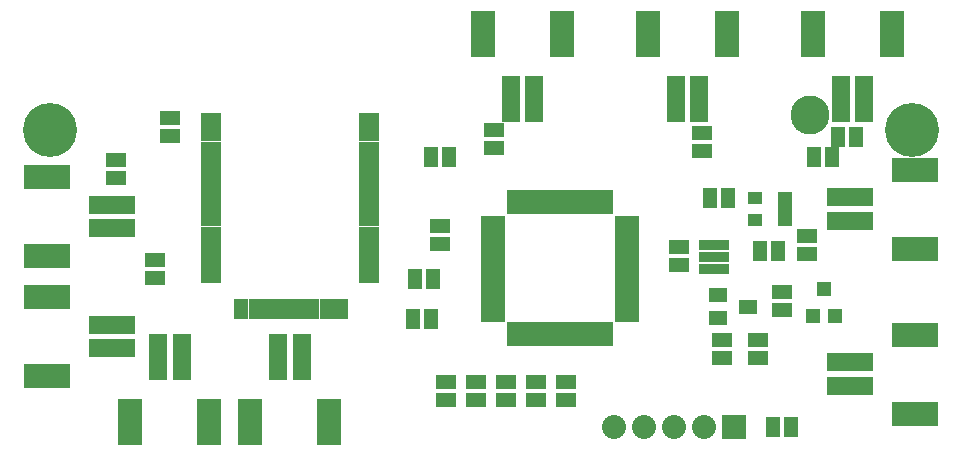
<source format=gts>
G04 (created by PCBNEW-RS274X (2012-01-19 BZR 3256)-stable) date 5/26/2013 3:34:06 PM*
G01*
G70*
G90*
%MOIN*%
G04 Gerber Fmt 3.4, Leading zero omitted, Abs format*
%FSLAX34Y34*%
G04 APERTURE LIST*
%ADD10C,0.006000*%
%ADD11R,0.045000X0.065000*%
%ADD12R,0.065000X0.045000*%
%ADD13R,0.080000X0.080000*%
%ADD14C,0.080000*%
%ADD15R,0.098700X0.035700*%
%ADD16R,0.039700X0.079100*%
%ADD17R,0.079100X0.039700*%
%ADD18R,0.050000X0.050000*%
%ADD19R,0.050000X0.040000*%
%ADD20R,0.059400X0.157800*%
%ADD21R,0.079100X0.153900*%
%ADD22R,0.157800X0.059400*%
%ADD23R,0.153900X0.079100*%
%ADD24C,0.180000*%
%ADD25C,0.130000*%
%ADD26R,0.059400X0.047600*%
%ADD27R,0.071200X0.051500*%
%ADD28R,0.051500X0.071200*%
G04 APERTURE END LIST*
G54D10*
G54D11*
X37062Y-15026D03*
X36462Y-15026D03*
G54D12*
X36230Y-17630D03*
X36230Y-18230D03*
G54D11*
X34672Y-18152D03*
X35272Y-18152D03*
X23178Y-19076D03*
X23778Y-19076D03*
G54D12*
X28200Y-23100D03*
X28200Y-22500D03*
X33400Y-21100D03*
X33400Y-21700D03*
X34600Y-21700D03*
X34600Y-21100D03*
G54D11*
X37280Y-14340D03*
X37880Y-14340D03*
G54D12*
X13200Y-15700D03*
X13200Y-15100D03*
X32750Y-14200D03*
X32750Y-14800D03*
X25800Y-14100D03*
X25800Y-14700D03*
X31960Y-17996D03*
X31960Y-18596D03*
G54D13*
X33800Y-24000D03*
G54D14*
X32800Y-24000D03*
X31800Y-24000D03*
X30800Y-24000D03*
X29800Y-24000D03*
G54D15*
X33141Y-17956D03*
X33141Y-18350D03*
X33141Y-18744D03*
G54D16*
X26427Y-16497D03*
X26742Y-16497D03*
X27057Y-16497D03*
X27372Y-16497D03*
X27687Y-16497D03*
X28002Y-16497D03*
X28317Y-16497D03*
X28632Y-16497D03*
X28947Y-16497D03*
X29262Y-16497D03*
X29577Y-16497D03*
G54D17*
X30245Y-20318D03*
X30245Y-20003D03*
X30245Y-19688D03*
X30245Y-19373D03*
X30245Y-19058D03*
X30245Y-18743D03*
X30245Y-18428D03*
X30245Y-18113D03*
X30245Y-17798D03*
X30245Y-17483D03*
X30245Y-17168D03*
G54D16*
X29577Y-20907D03*
X29262Y-20907D03*
X28947Y-20907D03*
X28632Y-20907D03*
X28317Y-20907D03*
X28002Y-20907D03*
X27687Y-20907D03*
X27372Y-20907D03*
X27057Y-20907D03*
X26742Y-20907D03*
X26427Y-20907D03*
G54D17*
X25756Y-17168D03*
X25756Y-17483D03*
X25756Y-17798D03*
X25756Y-18113D03*
X25756Y-18428D03*
X25756Y-18743D03*
X25756Y-19058D03*
X25756Y-19373D03*
X25756Y-19688D03*
X25756Y-20003D03*
X25756Y-20318D03*
G54D11*
X23100Y-20400D03*
X23700Y-20400D03*
G54D12*
X24200Y-23100D03*
X24200Y-22500D03*
X25200Y-23100D03*
X25200Y-22500D03*
X26200Y-23100D03*
X26200Y-22500D03*
X27200Y-23100D03*
X27200Y-22500D03*
G54D18*
X36800Y-19400D03*
X37170Y-20300D03*
X36430Y-20300D03*
G54D11*
X33614Y-16380D03*
X33014Y-16380D03*
X35700Y-24000D03*
X35100Y-24000D03*
G54D12*
X15000Y-13700D03*
X15000Y-14300D03*
X14500Y-19050D03*
X14500Y-18450D03*
G54D11*
X23700Y-15000D03*
X24300Y-15000D03*
G54D12*
X35400Y-19500D03*
X35400Y-20100D03*
G54D19*
X35500Y-17125D03*
X35500Y-16375D03*
X34500Y-17125D03*
X35500Y-16750D03*
X34500Y-16375D03*
G54D20*
X14606Y-21681D03*
X15394Y-21681D03*
G54D21*
X13681Y-23846D03*
X16319Y-23846D03*
G54D20*
X18606Y-21681D03*
X19394Y-21681D03*
G54D21*
X17681Y-23846D03*
X20319Y-23846D03*
G54D20*
X27144Y-13069D03*
X26356Y-13069D03*
G54D21*
X28069Y-10904D03*
X25431Y-10904D03*
G54D20*
X32644Y-13069D03*
X31856Y-13069D03*
G54D21*
X33569Y-10904D03*
X30931Y-10904D03*
G54D20*
X38144Y-13069D03*
X37356Y-13069D03*
G54D21*
X39069Y-10904D03*
X36431Y-10904D03*
G54D22*
X37681Y-17144D03*
X37681Y-16356D03*
G54D23*
X39846Y-18069D03*
X39846Y-15431D03*
G54D22*
X37681Y-22644D03*
X37681Y-21856D03*
G54D23*
X39846Y-23569D03*
X39846Y-20931D03*
G54D22*
X13069Y-20606D03*
X13069Y-21394D03*
G54D23*
X10904Y-19681D03*
X10904Y-22319D03*
G54D24*
X39750Y-14120D03*
X11000Y-14120D03*
G54D25*
X36350Y-13600D03*
G54D26*
X34280Y-20000D03*
X33280Y-20375D03*
X33280Y-19625D03*
G54D12*
X24000Y-17300D03*
X24000Y-17900D03*
G54D27*
X21638Y-18984D03*
X21638Y-18512D03*
X21638Y-18039D03*
X21638Y-17567D03*
X21638Y-17094D03*
X21638Y-16622D03*
X21638Y-16150D03*
X21638Y-15677D03*
X21638Y-15205D03*
X21638Y-14732D03*
X21638Y-14260D03*
X21638Y-13787D03*
X16362Y-13787D03*
X16362Y-14260D03*
X16362Y-14732D03*
X16362Y-15205D03*
X16362Y-15677D03*
X16362Y-16150D03*
X16362Y-16622D03*
X16362Y-17094D03*
X16362Y-17567D03*
X16362Y-18039D03*
X16362Y-18512D03*
X16362Y-18984D03*
G54D28*
X17386Y-20087D03*
X17858Y-20087D03*
X18331Y-20087D03*
X18803Y-20087D03*
X19276Y-20087D03*
X19748Y-20087D03*
X20220Y-20087D03*
X20693Y-20087D03*
G54D22*
X13069Y-16606D03*
X13069Y-17394D03*
G54D23*
X10904Y-15681D03*
X10904Y-18319D03*
M02*

</source>
